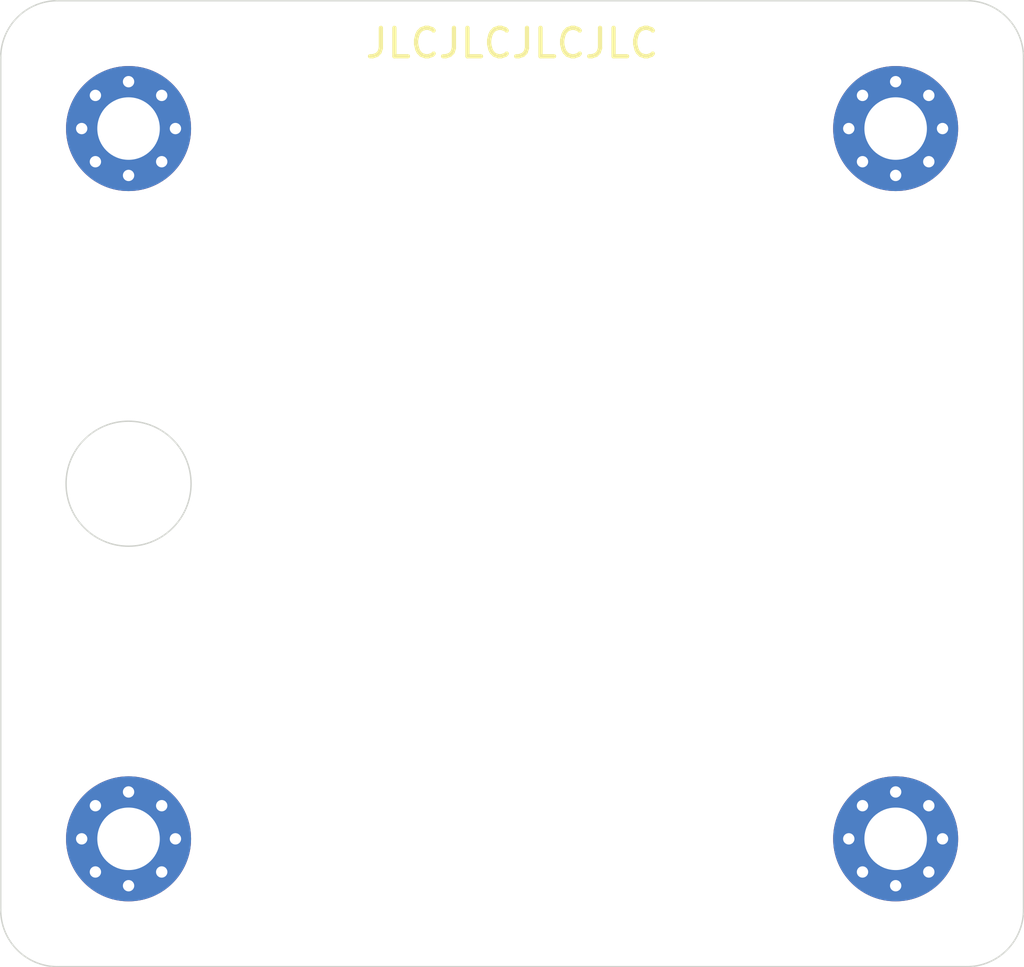
<source format=kicad_pcb>
(kicad_pcb (version 20171130) (host pcbnew "(5.1.4)-1")

  (general
    (thickness 1.6)
    (drawings 9)
    (tracks 0)
    (zones 0)
    (modules 5)
    (nets 5)
  )

  (page A3)
  (layers
    (0 F.Cu signal)
    (31 B.Cu signal)
    (32 B.Adhes user)
    (33 F.Adhes user)
    (34 B.Paste user)
    (35 F.Paste user)
    (36 B.SilkS user)
    (37 F.SilkS user)
    (38 B.Mask user)
    (39 F.Mask user)
    (40 Dwgs.User user)
    (41 Cmts.User user)
    (42 Eco1.User user)
    (43 Eco2.User user)
    (44 Edge.Cuts user)
    (45 Margin user)
    (46 B.CrtYd user)
    (47 F.CrtYd user)
    (48 B.Fab user)
    (49 F.Fab user)
  )

  (setup
    (last_trace_width 0.3)
    (trace_clearance 0.2)
    (zone_clearance 0.508)
    (zone_45_only no)
    (trace_min 0.2)
    (via_size 0.8)
    (via_drill 0.4)
    (via_min_size 0.4)
    (via_min_drill 0.3)
    (uvia_size 0.3)
    (uvia_drill 0.1)
    (uvias_allowed no)
    (uvia_min_size 0.2)
    (uvia_min_drill 0.1)
    (edge_width 0.05)
    (segment_width 0.2)
    (pcb_text_width 0.3)
    (pcb_text_size 1.5 1.5)
    (mod_edge_width 0.12)
    (mod_text_size 1 1)
    (mod_text_width 0.15)
    (pad_size 1.8 1.8)
    (pad_drill 1)
    (pad_to_mask_clearance 0.051)
    (solder_mask_min_width 0.25)
    (aux_axis_origin 76 95)
    (grid_origin 76 95)
    (visible_elements 7FFFFFFF)
    (pcbplotparams
      (layerselection 0x010f0_ffffffff)
      (usegerberextensions true)
      (usegerberattributes false)
      (usegerberadvancedattributes false)
      (creategerberjobfile false)
      (excludeedgelayer true)
      (linewidth 0.100000)
      (plotframeref false)
      (viasonmask false)
      (mode 1)
      (useauxorigin false)
      (hpglpennumber 1)
      (hpglpenspeed 20)
      (hpglpendiameter 15.000000)
      (psnegative false)
      (psa4output false)
      (plotreference true)
      (plotvalue true)
      (plotinvisibletext false)
      (padsonsilk false)
      (subtractmaskfromsilk true)
      (outputformat 1)
      (mirror false)
      (drillshape 0)
      (scaleselection 1)
      (outputdirectory "../gerbers/"))
  )

  (net 0 "")
  (net 1 "Net-(H5-Pad1)")
  (net 2 "Net-(H6-Pad1)")
  (net 3 "Net-(H7-Pad1)")
  (net 4 "Net-(H8-Pad1)")

  (net_class Default "This is the default net class."
    (clearance 0.2)
    (trace_width 0.3)
    (via_dia 0.8)
    (via_drill 0.4)
    (uvia_dia 0.3)
    (uvia_drill 0.1)
    (diff_pair_width 0.2)
    (diff_pair_gap 0.3)
    (add_net "Net-(D51-Pad2)")
    (add_net "Net-(D52-Pad2)")
    (add_net "Net-(H5-Pad1)")
    (add_net "Net-(H6-Pad1)")
    (add_net "Net-(H7-Pad1)")
    (add_net "Net-(H8-Pad1)")
    (add_net RESET)
  )

  (net_class Power ""
    (clearance 0.2)
    (trace_width 0.5)
    (via_dia 0.8)
    (via_drill 0.4)
    (uvia_dia 0.3)
    (uvia_drill 0.1)
    (diff_pair_width 0.2)
    (diff_pair_gap 0.3)
  )

  (module horizon-footprints:Mount_M2 (layer F.Cu) (tedit 61456BDD) (tstamp 613996C1)
    (at 215.5 124.5)
    (descr "Mounting Hole 2.2mm, M2")
    (tags "mounting hole 2.2mm m2")
    (path /616DD5E5)
    (attr virtual)
    (fp_text reference "" (at 0 -1) (layer F.SilkS) hide
      (effects (font (size 0.75 0.75) (thickness 0.15)))
    )
    (fp_text value Hole_Pad (at 0 1) (layer F.Fab) hide
      (effects (font (size 0.75 0.75) (thickness 0.15)))
    )
    (pad 1 thru_hole circle (at 1.166726 -1.166726) (size 0.7 0.7) (drill 0.4) (layers *.Cu *.Mask)
      (net 4 "Net-(H8-Pad1)"))
    (pad 1 thru_hole circle (at 0 -1.65) (size 0.7 0.7) (drill 0.4) (layers *.Cu *.Mask)
      (net 4 "Net-(H8-Pad1)"))
    (pad 1 thru_hole circle (at -1.166726 -1.166726) (size 0.7 0.7) (drill 0.4) (layers *.Cu *.Mask)
      (net 4 "Net-(H8-Pad1)"))
    (pad 1 thru_hole circle (at -1.65 0) (size 0.7 0.7) (drill 0.4) (layers *.Cu *.Mask)
      (net 4 "Net-(H8-Pad1)"))
    (pad 1 thru_hole circle (at -1.166726 1.166726) (size 0.7 0.7) (drill 0.4) (layers *.Cu *.Mask)
      (net 4 "Net-(H8-Pad1)"))
    (pad 1 thru_hole circle (at 0 1.65) (size 0.7 0.7) (drill 0.4) (layers *.Cu *.Mask)
      (net 4 "Net-(H8-Pad1)"))
    (pad 1 thru_hole circle (at 1.166726 1.166726) (size 0.7 0.7) (drill 0.4) (layers *.Cu *.Mask)
      (net 4 "Net-(H8-Pad1)"))
    (pad 1 thru_hole circle (at 1.65 0) (size 0.7 0.7) (drill 0.4) (layers *.Cu *.Mask)
      (net 4 "Net-(H8-Pad1)"))
    (pad 1 thru_hole circle (at 0 0) (size 4.4 4.4) (drill 2.2) (layers *.Cu *.Mask)
      (net 4 "Net-(H8-Pad1)"))
  )

  (module horizon-footprints:Mount_M2 (layer F.Cu) (tedit 61456BDD) (tstamp 613996B2)
    (at 188.5 124.5)
    (descr "Mounting Hole 2.2mm, M2")
    (tags "mounting hole 2.2mm m2")
    (path /616DD5DF)
    (attr virtual)
    (fp_text reference "" (at 0 -1) (layer F.SilkS) hide
      (effects (font (size 0.75 0.75) (thickness 0.15)))
    )
    (fp_text value Hole_Pad (at 0 1) (layer F.Fab) hide
      (effects (font (size 0.75 0.75) (thickness 0.15)))
    )
    (pad 1 thru_hole circle (at 1.166726 -1.166726) (size 0.7 0.7) (drill 0.4) (layers *.Cu *.Mask)
      (net 3 "Net-(H7-Pad1)"))
    (pad 1 thru_hole circle (at 0 -1.65) (size 0.7 0.7) (drill 0.4) (layers *.Cu *.Mask)
      (net 3 "Net-(H7-Pad1)"))
    (pad 1 thru_hole circle (at -1.166726 -1.166726) (size 0.7 0.7) (drill 0.4) (layers *.Cu *.Mask)
      (net 3 "Net-(H7-Pad1)"))
    (pad 1 thru_hole circle (at -1.65 0) (size 0.7 0.7) (drill 0.4) (layers *.Cu *.Mask)
      (net 3 "Net-(H7-Pad1)"))
    (pad 1 thru_hole circle (at -1.166726 1.166726) (size 0.7 0.7) (drill 0.4) (layers *.Cu *.Mask)
      (net 3 "Net-(H7-Pad1)"))
    (pad 1 thru_hole circle (at 0 1.65) (size 0.7 0.7) (drill 0.4) (layers *.Cu *.Mask)
      (net 3 "Net-(H7-Pad1)"))
    (pad 1 thru_hole circle (at 1.166726 1.166726) (size 0.7 0.7) (drill 0.4) (layers *.Cu *.Mask)
      (net 3 "Net-(H7-Pad1)"))
    (pad 1 thru_hole circle (at 1.65 0) (size 0.7 0.7) (drill 0.4) (layers *.Cu *.Mask)
      (net 3 "Net-(H7-Pad1)"))
    (pad 1 thru_hole circle (at 0 0) (size 4.4 4.4) (drill 2.2) (layers *.Cu *.Mask)
      (net 3 "Net-(H7-Pad1)"))
  )

  (module horizon-footprints:Mount_M2 (layer F.Cu) (tedit 61456BDD) (tstamp 613996A3)
    (at 215.5 99.5)
    (descr "Mounting Hole 2.2mm, M2")
    (tags "mounting hole 2.2mm m2")
    (path /616DD5D0)
    (attr virtual)
    (fp_text reference "" (at 0 -1) (layer F.SilkS) hide
      (effects (font (size 0.75 0.75) (thickness 0.15)))
    )
    (fp_text value Hole_Pad (at 0 1) (layer F.Fab) hide
      (effects (font (size 0.75 0.75) (thickness 0.15)))
    )
    (pad 1 thru_hole circle (at 1.166726 -1.166726) (size 0.7 0.7) (drill 0.4) (layers *.Cu *.Mask)
      (net 2 "Net-(H6-Pad1)"))
    (pad 1 thru_hole circle (at 0 -1.65) (size 0.7 0.7) (drill 0.4) (layers *.Cu *.Mask)
      (net 2 "Net-(H6-Pad1)"))
    (pad 1 thru_hole circle (at -1.166726 -1.166726) (size 0.7 0.7) (drill 0.4) (layers *.Cu *.Mask)
      (net 2 "Net-(H6-Pad1)"))
    (pad 1 thru_hole circle (at -1.65 0) (size 0.7 0.7) (drill 0.4) (layers *.Cu *.Mask)
      (net 2 "Net-(H6-Pad1)"))
    (pad 1 thru_hole circle (at -1.166726 1.166726) (size 0.7 0.7) (drill 0.4) (layers *.Cu *.Mask)
      (net 2 "Net-(H6-Pad1)"))
    (pad 1 thru_hole circle (at 0 1.65) (size 0.7 0.7) (drill 0.4) (layers *.Cu *.Mask)
      (net 2 "Net-(H6-Pad1)"))
    (pad 1 thru_hole circle (at 1.166726 1.166726) (size 0.7 0.7) (drill 0.4) (layers *.Cu *.Mask)
      (net 2 "Net-(H6-Pad1)"))
    (pad 1 thru_hole circle (at 1.65 0) (size 0.7 0.7) (drill 0.4) (layers *.Cu *.Mask)
      (net 2 "Net-(H6-Pad1)"))
    (pad 1 thru_hole circle (at 0 0) (size 4.4 4.4) (drill 2.2) (layers *.Cu *.Mask)
      (net 2 "Net-(H6-Pad1)"))
  )

  (module horizon-footprints:Mount_M2 (layer F.Cu) (tedit 61456BDD) (tstamp 61399694)
    (at 188.5 99.5)
    (descr "Mounting Hole 2.2mm, M2")
    (tags "mounting hole 2.2mm m2")
    (path /616DD5D6)
    (attr virtual)
    (fp_text reference "" (at 0 -1) (layer F.SilkS) hide
      (effects (font (size 0.75 0.75) (thickness 0.15)))
    )
    (fp_text value Hole_Pad (at 0 1) (layer F.Fab) hide
      (effects (font (size 0.75 0.75) (thickness 0.15)))
    )
    (pad 1 thru_hole circle (at 1.166726 -1.166726) (size 0.7 0.7) (drill 0.4) (layers *.Cu *.Mask)
      (net 1 "Net-(H5-Pad1)"))
    (pad 1 thru_hole circle (at 0 -1.65) (size 0.7 0.7) (drill 0.4) (layers *.Cu *.Mask)
      (net 1 "Net-(H5-Pad1)"))
    (pad 1 thru_hole circle (at -1.166726 -1.166726) (size 0.7 0.7) (drill 0.4) (layers *.Cu *.Mask)
      (net 1 "Net-(H5-Pad1)"))
    (pad 1 thru_hole circle (at -1.65 0) (size 0.7 0.7) (drill 0.4) (layers *.Cu *.Mask)
      (net 1 "Net-(H5-Pad1)"))
    (pad 1 thru_hole circle (at -1.166726 1.166726) (size 0.7 0.7) (drill 0.4) (layers *.Cu *.Mask)
      (net 1 "Net-(H5-Pad1)"))
    (pad 1 thru_hole circle (at 0 1.65) (size 0.7 0.7) (drill 0.4) (layers *.Cu *.Mask)
      (net 1 "Net-(H5-Pad1)"))
    (pad 1 thru_hole circle (at 1.166726 1.166726) (size 0.7 0.7) (drill 0.4) (layers *.Cu *.Mask)
      (net 1 "Net-(H5-Pad1)"))
    (pad 1 thru_hole circle (at 1.65 0) (size 0.7 0.7) (drill 0.4) (layers *.Cu *.Mask)
      (net 1 "Net-(H5-Pad1)"))
    (pad 1 thru_hole circle (at 0 0) (size 4.4 4.4) (drill 2.2) (layers *.Cu *.Mask)
      (net 1 "Net-(H5-Pad1)"))
  )

  (module horizon-footprints:SW_Push_6mm (layer F.Cu) (tedit 61468A4F) (tstamp 61246F6C)
    (at 188.5 112 270)
    (descr "6mmx6mm push button")
    (tags "button, tactile, 6mm")
    (path /60FA8D3C)
    (fp_text reference "" (at 0 0 90) (layer F.SilkS)
      (effects (font (size 0.75 0.75) (thickness 0.15)))
    )
    (fp_text value RESET (at 0 3.75 90) (layer F.Fab)
      (effects (font (size 0.75 0.75) (thickness 0.15)))
    )
    (fp_circle (center 0 0) (end 2.2 0) (layer Edge.Cuts) (width 0.05))
    (model ${KISYS3DMOD}/Button_Switch_THT.3dshapes/SW_PUSH_6mm.wrl
      (offset (xyz -3 2.25 0))
      (scale (xyz 1 1 1))
      (rotate (xyz 0 0 0))
    )
  )

  (gr_line (start 184 127) (end 184 97) (layer Edge.Cuts) (width 0.05) (tstamp 613F8614))
  (gr_line (start 218 129) (end 186 129) (layer Edge.Cuts) (width 0.05) (tstamp 613F8613))
  (gr_line (start 220 97) (end 220 127) (layer Edge.Cuts) (width 0.05) (tstamp 613F8612))
  (gr_line (start 186 95) (end 218 95) (layer Edge.Cuts) (width 0.05) (tstamp 613F8611))
  (gr_arc (start 218 97) (end 220 97) (angle -90) (layer Edge.Cuts) (width 0.05))
  (gr_arc (start 218 127) (end 218 129) (angle -90) (layer Edge.Cuts) (width 0.05))
  (gr_arc (start 186 127) (end 184 127) (angle -90) (layer Edge.Cuts) (width 0.05))
  (gr_arc (start 186 97) (end 186 95) (angle -90) (layer Edge.Cuts) (width 0.05))
  (gr_text JLCJLCJLCJLC (at 202 96.5) (layer F.SilkS) (tstamp 61246F56)
    (effects (font (size 1 1) (thickness 0.15)))
  )

)

</source>
